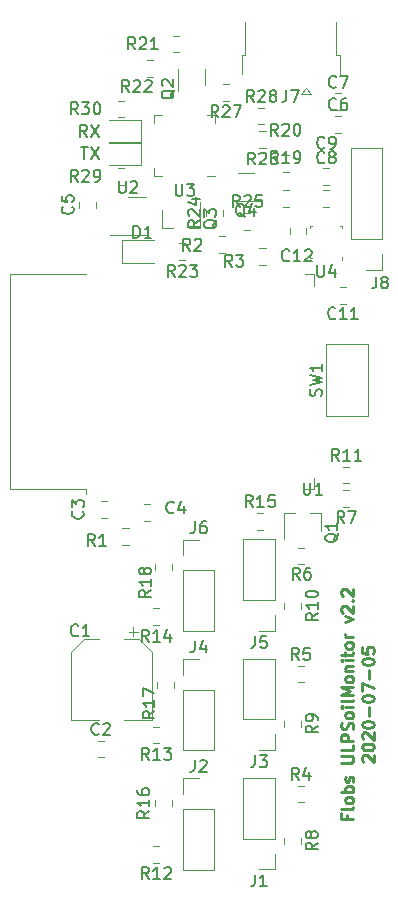
<source format=gbr>
G04 #@! TF.GenerationSoftware,KiCad,Pcbnew,(5.1.4)-1*
G04 #@! TF.CreationDate,2021-01-27T11:02:31-06:00*
G04 #@! TF.ProjectId,ULPSoilMonitor,554c5053-6f69-46c4-9d6f-6e69746f722e,v2.2*
G04 #@! TF.SameCoordinates,Original*
G04 #@! TF.FileFunction,Legend,Top*
G04 #@! TF.FilePolarity,Positive*
%FSLAX46Y46*%
G04 Gerber Fmt 4.6, Leading zero omitted, Abs format (unit mm)*
G04 Created by KiCad (PCBNEW (5.1.4)-1) date 2021-01-27 11:02:31*
%MOMM*%
%LPD*%
G04 APERTURE LIST*
%ADD10C,0.250000*%
%ADD11C,0.120000*%
%ADD12C,0.100000*%
%ADD13C,0.150000*%
G04 APERTURE END LIST*
D10*
X62053571Y-95180952D02*
X62053571Y-95514285D01*
X62577380Y-95514285D02*
X61577380Y-95514285D01*
X61577380Y-95038095D01*
X62577380Y-94514285D02*
X62529761Y-94609523D01*
X62434523Y-94657142D01*
X61577380Y-94657142D01*
X62577380Y-93990476D02*
X62529761Y-94085714D01*
X62482142Y-94133333D01*
X62386904Y-94180952D01*
X62101190Y-94180952D01*
X62005952Y-94133333D01*
X61958333Y-94085714D01*
X61910714Y-93990476D01*
X61910714Y-93847619D01*
X61958333Y-93752380D01*
X62005952Y-93704761D01*
X62101190Y-93657142D01*
X62386904Y-93657142D01*
X62482142Y-93704761D01*
X62529761Y-93752380D01*
X62577380Y-93847619D01*
X62577380Y-93990476D01*
X62577380Y-93228571D02*
X61577380Y-93228571D01*
X61958333Y-93228571D02*
X61910714Y-93133333D01*
X61910714Y-92942857D01*
X61958333Y-92847619D01*
X62005952Y-92800000D01*
X62101190Y-92752380D01*
X62386904Y-92752380D01*
X62482142Y-92800000D01*
X62529761Y-92847619D01*
X62577380Y-92942857D01*
X62577380Y-93133333D01*
X62529761Y-93228571D01*
X62529761Y-92371428D02*
X62577380Y-92276190D01*
X62577380Y-92085714D01*
X62529761Y-91990476D01*
X62434523Y-91942857D01*
X62386904Y-91942857D01*
X62291666Y-91990476D01*
X62244047Y-92085714D01*
X62244047Y-92228571D01*
X62196428Y-92323809D01*
X62101190Y-92371428D01*
X62053571Y-92371428D01*
X61958333Y-92323809D01*
X61910714Y-92228571D01*
X61910714Y-92085714D01*
X61958333Y-91990476D01*
X61577380Y-90752380D02*
X62386904Y-90752380D01*
X62482142Y-90704761D01*
X62529761Y-90657142D01*
X62577380Y-90561904D01*
X62577380Y-90371428D01*
X62529761Y-90276190D01*
X62482142Y-90228571D01*
X62386904Y-90180952D01*
X61577380Y-90180952D01*
X62577380Y-89228571D02*
X62577380Y-89704761D01*
X61577380Y-89704761D01*
X62577380Y-88895238D02*
X61577380Y-88895238D01*
X61577380Y-88514285D01*
X61625000Y-88419047D01*
X61672619Y-88371428D01*
X61767857Y-88323809D01*
X61910714Y-88323809D01*
X62005952Y-88371428D01*
X62053571Y-88419047D01*
X62101190Y-88514285D01*
X62101190Y-88895238D01*
X62529761Y-87942857D02*
X62577380Y-87800000D01*
X62577380Y-87561904D01*
X62529761Y-87466666D01*
X62482142Y-87419047D01*
X62386904Y-87371428D01*
X62291666Y-87371428D01*
X62196428Y-87419047D01*
X62148809Y-87466666D01*
X62101190Y-87561904D01*
X62053571Y-87752380D01*
X62005952Y-87847619D01*
X61958333Y-87895238D01*
X61863095Y-87942857D01*
X61767857Y-87942857D01*
X61672619Y-87895238D01*
X61625000Y-87847619D01*
X61577380Y-87752380D01*
X61577380Y-87514285D01*
X61625000Y-87371428D01*
X62577380Y-86800000D02*
X62529761Y-86895238D01*
X62482142Y-86942857D01*
X62386904Y-86990476D01*
X62101190Y-86990476D01*
X62005952Y-86942857D01*
X61958333Y-86895238D01*
X61910714Y-86800000D01*
X61910714Y-86657142D01*
X61958333Y-86561904D01*
X62005952Y-86514285D01*
X62101190Y-86466666D01*
X62386904Y-86466666D01*
X62482142Y-86514285D01*
X62529761Y-86561904D01*
X62577380Y-86657142D01*
X62577380Y-86800000D01*
X62577380Y-86038095D02*
X61910714Y-86038095D01*
X61577380Y-86038095D02*
X61625000Y-86085714D01*
X61672619Y-86038095D01*
X61625000Y-85990476D01*
X61577380Y-86038095D01*
X61672619Y-86038095D01*
X62577380Y-85419047D02*
X62529761Y-85514285D01*
X62434523Y-85561904D01*
X61577380Y-85561904D01*
X62577380Y-85038095D02*
X61577380Y-85038095D01*
X62291666Y-84704761D01*
X61577380Y-84371428D01*
X62577380Y-84371428D01*
X62577380Y-83752380D02*
X62529761Y-83847619D01*
X62482142Y-83895238D01*
X62386904Y-83942857D01*
X62101190Y-83942857D01*
X62005952Y-83895238D01*
X61958333Y-83847619D01*
X61910714Y-83752380D01*
X61910714Y-83609523D01*
X61958333Y-83514285D01*
X62005952Y-83466666D01*
X62101190Y-83419047D01*
X62386904Y-83419047D01*
X62482142Y-83466666D01*
X62529761Y-83514285D01*
X62577380Y-83609523D01*
X62577380Y-83752380D01*
X61910714Y-82990476D02*
X62577380Y-82990476D01*
X62005952Y-82990476D02*
X61958333Y-82942857D01*
X61910714Y-82847619D01*
X61910714Y-82704761D01*
X61958333Y-82609523D01*
X62053571Y-82561904D01*
X62577380Y-82561904D01*
X62577380Y-82085714D02*
X61910714Y-82085714D01*
X61577380Y-82085714D02*
X61625000Y-82133333D01*
X61672619Y-82085714D01*
X61625000Y-82038095D01*
X61577380Y-82085714D01*
X61672619Y-82085714D01*
X61910714Y-81752380D02*
X61910714Y-81371428D01*
X61577380Y-81609523D02*
X62434523Y-81609523D01*
X62529761Y-81561904D01*
X62577380Y-81466666D01*
X62577380Y-81371428D01*
X62577380Y-80895238D02*
X62529761Y-80990476D01*
X62482142Y-81038095D01*
X62386904Y-81085714D01*
X62101190Y-81085714D01*
X62005952Y-81038095D01*
X61958333Y-80990476D01*
X61910714Y-80895238D01*
X61910714Y-80752380D01*
X61958333Y-80657142D01*
X62005952Y-80609523D01*
X62101190Y-80561904D01*
X62386904Y-80561904D01*
X62482142Y-80609523D01*
X62529761Y-80657142D01*
X62577380Y-80752380D01*
X62577380Y-80895238D01*
X62577380Y-80133333D02*
X61910714Y-80133333D01*
X62101190Y-80133333D02*
X62005952Y-80085714D01*
X61958333Y-80038095D01*
X61910714Y-79942857D01*
X61910714Y-79847619D01*
X61910714Y-78847619D02*
X62577380Y-78609523D01*
X61910714Y-78371428D01*
X61672619Y-78038095D02*
X61625000Y-77990476D01*
X61577380Y-77895238D01*
X61577380Y-77657142D01*
X61625000Y-77561904D01*
X61672619Y-77514285D01*
X61767857Y-77466666D01*
X61863095Y-77466666D01*
X62005952Y-77514285D01*
X62577380Y-78085714D01*
X62577380Y-77466666D01*
X62482142Y-77038095D02*
X62529761Y-76990476D01*
X62577380Y-77038095D01*
X62529761Y-77085714D01*
X62482142Y-77038095D01*
X62577380Y-77038095D01*
X61672619Y-76609523D02*
X61625000Y-76561904D01*
X61577380Y-76466666D01*
X61577380Y-76228571D01*
X61625000Y-76133333D01*
X61672619Y-76085714D01*
X61767857Y-76038095D01*
X61863095Y-76038095D01*
X62005952Y-76085714D01*
X62577380Y-76657142D01*
X62577380Y-76038095D01*
X63422619Y-90657142D02*
X63375000Y-90609523D01*
X63327380Y-90514285D01*
X63327380Y-90276190D01*
X63375000Y-90180952D01*
X63422619Y-90133333D01*
X63517857Y-90085714D01*
X63613095Y-90085714D01*
X63755952Y-90133333D01*
X64327380Y-90704761D01*
X64327380Y-90085714D01*
X63327380Y-89466666D02*
X63327380Y-89371428D01*
X63375000Y-89276190D01*
X63422619Y-89228571D01*
X63517857Y-89180952D01*
X63708333Y-89133333D01*
X63946428Y-89133333D01*
X64136904Y-89180952D01*
X64232142Y-89228571D01*
X64279761Y-89276190D01*
X64327380Y-89371428D01*
X64327380Y-89466666D01*
X64279761Y-89561904D01*
X64232142Y-89609523D01*
X64136904Y-89657142D01*
X63946428Y-89704761D01*
X63708333Y-89704761D01*
X63517857Y-89657142D01*
X63422619Y-89609523D01*
X63375000Y-89561904D01*
X63327380Y-89466666D01*
X63422619Y-88752380D02*
X63375000Y-88704761D01*
X63327380Y-88609523D01*
X63327380Y-88371428D01*
X63375000Y-88276190D01*
X63422619Y-88228571D01*
X63517857Y-88180952D01*
X63613095Y-88180952D01*
X63755952Y-88228571D01*
X64327380Y-88800000D01*
X64327380Y-88180952D01*
X63327380Y-87561904D02*
X63327380Y-87466666D01*
X63375000Y-87371428D01*
X63422619Y-87323809D01*
X63517857Y-87276190D01*
X63708333Y-87228571D01*
X63946428Y-87228571D01*
X64136904Y-87276190D01*
X64232142Y-87323809D01*
X64279761Y-87371428D01*
X64327380Y-87466666D01*
X64327380Y-87561904D01*
X64279761Y-87657142D01*
X64232142Y-87704761D01*
X64136904Y-87752380D01*
X63946428Y-87800000D01*
X63708333Y-87800000D01*
X63517857Y-87752380D01*
X63422619Y-87704761D01*
X63375000Y-87657142D01*
X63327380Y-87561904D01*
X63946428Y-86800000D02*
X63946428Y-86038095D01*
X63327380Y-85371428D02*
X63327380Y-85276190D01*
X63375000Y-85180952D01*
X63422619Y-85133333D01*
X63517857Y-85085714D01*
X63708333Y-85038095D01*
X63946428Y-85038095D01*
X64136904Y-85085714D01*
X64232142Y-85133333D01*
X64279761Y-85180952D01*
X64327380Y-85276190D01*
X64327380Y-85371428D01*
X64279761Y-85466666D01*
X64232142Y-85514285D01*
X64136904Y-85561904D01*
X63946428Y-85609523D01*
X63708333Y-85609523D01*
X63517857Y-85561904D01*
X63422619Y-85514285D01*
X63375000Y-85466666D01*
X63327380Y-85371428D01*
X63327380Y-84704761D02*
X63327380Y-84038095D01*
X64327380Y-84466666D01*
X63946428Y-83657142D02*
X63946428Y-82895238D01*
X63327380Y-82228571D02*
X63327380Y-82133333D01*
X63375000Y-82038095D01*
X63422619Y-81990476D01*
X63517857Y-81942857D01*
X63708333Y-81895238D01*
X63946428Y-81895238D01*
X64136904Y-81942857D01*
X64232142Y-81990476D01*
X64279761Y-82038095D01*
X64327380Y-82133333D01*
X64327380Y-82228571D01*
X64279761Y-82323809D01*
X64232142Y-82371428D01*
X64136904Y-82419047D01*
X63946428Y-82466666D01*
X63708333Y-82466666D01*
X63517857Y-82419047D01*
X63422619Y-82371428D01*
X63375000Y-82323809D01*
X63327380Y-82228571D01*
X63327380Y-80990476D02*
X63327380Y-81466666D01*
X63803571Y-81514285D01*
X63755952Y-81466666D01*
X63708333Y-81371428D01*
X63708333Y-81133333D01*
X63755952Y-81038095D01*
X63803571Y-80990476D01*
X63898809Y-80942857D01*
X64136904Y-80942857D01*
X64232142Y-80990476D01*
X64279761Y-81038095D01*
X64327380Y-81133333D01*
X64327380Y-81371428D01*
X64279761Y-81466666D01*
X64232142Y-81514285D01*
D11*
X39955000Y-67620000D02*
X39955000Y-68000000D01*
X33535000Y-67620000D02*
X39955000Y-67620000D01*
X33535000Y-49380000D02*
X39955000Y-49380000D01*
X33535000Y-67620000D02*
X33535000Y-49380000D01*
X59280000Y-49380000D02*
X59280000Y-50380000D01*
X58500000Y-49380000D02*
X59280000Y-49380000D01*
X59280000Y-67620000D02*
X59280000Y-66620000D01*
X58500000Y-67620000D02*
X59280000Y-67620000D01*
X43500000Y-42890000D02*
X45000000Y-42890000D01*
X42000000Y-46110000D02*
X45000000Y-46110000D01*
X50185000Y-41110000D02*
X50910000Y-41110000D01*
X45690000Y-35890000D02*
X45690000Y-36615000D01*
X46415000Y-35890000D02*
X45690000Y-35890000D01*
X50910000Y-35890000D02*
X50910000Y-36615000D01*
X50185000Y-35890000D02*
X50910000Y-35890000D01*
X45690000Y-41110000D02*
X45690000Y-40385000D01*
X46415000Y-41110000D02*
X45690000Y-41110000D01*
X43158578Y-34690000D02*
X42641422Y-34690000D01*
X43158578Y-36110000D02*
X42641422Y-36110000D01*
X43158578Y-40390000D02*
X42641422Y-40390000D01*
X43158578Y-41810000D02*
X42641422Y-41810000D01*
X54541422Y-36710000D02*
X55058578Y-36710000D01*
X54541422Y-35290000D02*
X55058578Y-35290000D01*
X52058578Y-33290000D02*
X51541422Y-33290000D01*
X52058578Y-34710000D02*
X51541422Y-34710000D01*
X55158578Y-37290000D02*
X54641422Y-37290000D01*
X55158578Y-38710000D02*
X54641422Y-38710000D01*
X53341422Y-45610000D02*
X53858578Y-45610000D01*
X53341422Y-44190000D02*
X53858578Y-44190000D01*
X51510000Y-44458578D02*
X51510000Y-43941422D01*
X50090000Y-44458578D02*
X50090000Y-43941422D01*
X48358578Y-48210000D02*
X47841422Y-48210000D01*
X48358578Y-46790000D02*
X47841422Y-46790000D01*
X54200000Y-40840000D02*
X52800000Y-40840000D01*
X52800000Y-43160000D02*
X54700000Y-43160000D01*
X46420000Y-45460000D02*
X46420000Y-44000000D01*
X49580000Y-45460000D02*
X49580000Y-43300000D01*
X49580000Y-45460000D02*
X48650000Y-45460000D01*
X46420000Y-45460000D02*
X47350000Y-45460000D01*
X44585000Y-36340000D02*
X41900000Y-36340000D01*
X44585000Y-38260000D02*
X44585000Y-36340000D01*
X41900000Y-38260000D02*
X44585000Y-38260000D01*
X44585000Y-38240000D02*
X41900000Y-38240000D01*
X44585000Y-40160000D02*
X44585000Y-38240000D01*
X41900000Y-40160000D02*
X44585000Y-40160000D01*
X43015000Y-48460000D02*
X45700000Y-48460000D01*
X43015000Y-46540000D02*
X43015000Y-48460000D01*
X45700000Y-46540000D02*
X43015000Y-46540000D01*
X61041422Y-37410000D02*
X61558578Y-37410000D01*
X61041422Y-35990000D02*
X61558578Y-35990000D01*
X40810000Y-43758578D02*
X40810000Y-43241422D01*
X39390000Y-43758578D02*
X39390000Y-43241422D01*
X46158578Y-97790000D02*
X45641422Y-97790000D01*
X46158578Y-99210000D02*
X45641422Y-99210000D01*
X60240000Y-61410000D02*
X60240000Y-55290000D01*
X60240000Y-55290000D02*
X63860000Y-55290000D01*
X63860000Y-55290000D02*
X63860000Y-61410000D01*
X63860000Y-61410000D02*
X60240000Y-61410000D01*
D12*
X61650000Y-47900000D02*
X61650000Y-48150000D01*
X58950000Y-48050000D02*
X58950000Y-47900000D01*
X59100000Y-48050000D02*
X58950000Y-48050000D01*
X58950000Y-45350000D02*
X59100000Y-45350000D01*
X58950000Y-45350000D02*
X58950000Y-45500000D01*
X61650000Y-45350000D02*
X61650000Y-45500000D01*
X61650000Y-45340000D02*
X61500000Y-45340000D01*
D11*
X47410000Y-83941422D02*
X47410000Y-84458578D01*
X45990000Y-83941422D02*
X45990000Y-84458578D01*
X61741422Y-69110000D02*
X62258578Y-69110000D01*
X61741422Y-67690000D02*
X62258578Y-67690000D01*
X61741422Y-65690000D02*
X62258578Y-65690000D01*
X61741422Y-67110000D02*
X62258578Y-67110000D01*
X58160800Y-97092222D02*
X58160800Y-97609378D01*
X56740800Y-97092222D02*
X56740800Y-97609378D01*
X57892222Y-94110000D02*
X58409378Y-94110000D01*
X57892222Y-92690000D02*
X58409378Y-92690000D01*
X55158578Y-47190000D02*
X54641422Y-47190000D01*
X55158578Y-48610000D02*
X54641422Y-48610000D01*
X44341250Y-79656250D02*
X43553750Y-79656250D01*
X43947500Y-79262500D02*
X43947500Y-80050000D01*
X39754437Y-80290000D02*
X38690000Y-81354437D01*
X44445563Y-80290000D02*
X45510000Y-81354437D01*
X44445563Y-80290000D02*
X43160000Y-80290000D01*
X39754437Y-80290000D02*
X41040000Y-80290000D01*
X38690000Y-81354437D02*
X38690000Y-87110000D01*
X45510000Y-81354437D02*
X45510000Y-87110000D01*
X45510000Y-87110000D02*
X43160000Y-87110000D01*
X38690000Y-87110000D02*
X41040000Y-87110000D01*
X40941422Y-88890000D02*
X41458578Y-88890000D01*
X40941422Y-90310000D02*
X41458578Y-90310000D01*
X41758578Y-68590000D02*
X41241422Y-68590000D01*
X41758578Y-70010000D02*
X41241422Y-70010000D01*
X44841422Y-70310000D02*
X45358578Y-70310000D01*
X44841422Y-68890000D02*
X45358578Y-68890000D01*
X61041422Y-34090000D02*
X61558578Y-34090000D01*
X61041422Y-35510000D02*
X61558578Y-35510000D01*
X60041422Y-43710000D02*
X60558578Y-43710000D01*
X60041422Y-42290000D02*
X60558578Y-42290000D01*
X60041422Y-40390000D02*
X60558578Y-40390000D01*
X60041422Y-41810000D02*
X60558578Y-41810000D01*
X61441422Y-51910000D02*
X61958578Y-51910000D01*
X61441422Y-50490000D02*
X61958578Y-50490000D01*
X58610000Y-45441422D02*
X58610000Y-45958578D01*
X57190000Y-45441422D02*
X57190000Y-45958578D01*
X55930000Y-99780000D02*
X54600000Y-99780000D01*
X55930000Y-98450000D02*
X55930000Y-99780000D01*
X55930000Y-97180000D02*
X53270000Y-97180000D01*
X53270000Y-97180000D02*
X53270000Y-92040000D01*
X55930000Y-97180000D02*
X55930000Y-92040000D01*
X55930000Y-92040000D02*
X53270000Y-92040000D01*
X48170000Y-92070000D02*
X49500000Y-92070000D01*
X48170000Y-93400000D02*
X48170000Y-92070000D01*
X48170000Y-94670000D02*
X50830000Y-94670000D01*
X50830000Y-94670000D02*
X50830000Y-99810000D01*
X48170000Y-94670000D02*
X48170000Y-99810000D01*
X48170000Y-99810000D02*
X50830000Y-99810000D01*
X55930000Y-89680800D02*
X54600000Y-89680800D01*
X55930000Y-88350800D02*
X55930000Y-89680800D01*
X55930000Y-87080800D02*
X53270000Y-87080800D01*
X53270000Y-87080800D02*
X53270000Y-81940800D01*
X55930000Y-87080800D02*
X55930000Y-81940800D01*
X55930000Y-81940800D02*
X53270000Y-81940800D01*
X48170000Y-89710000D02*
X50830000Y-89710000D01*
X48170000Y-84570000D02*
X48170000Y-89710000D01*
X50830000Y-84570000D02*
X50830000Y-89710000D01*
X48170000Y-84570000D02*
X50830000Y-84570000D01*
X48170000Y-83300000D02*
X48170000Y-81970000D01*
X48170000Y-81970000D02*
X49500000Y-81970000D01*
X55930000Y-71840000D02*
X53270000Y-71840000D01*
X55930000Y-76980000D02*
X55930000Y-71840000D01*
X53270000Y-76980000D02*
X53270000Y-71840000D01*
X55930000Y-76980000D02*
X53270000Y-76980000D01*
X55930000Y-78250000D02*
X55930000Y-79580000D01*
X55930000Y-79580000D02*
X54600000Y-79580000D01*
X48170000Y-79610000D02*
X50830000Y-79610000D01*
X48170000Y-74470000D02*
X48170000Y-79610000D01*
X50830000Y-74470000D02*
X50830000Y-79610000D01*
X48170000Y-74470000D02*
X50830000Y-74470000D01*
X48170000Y-73200000D02*
X48170000Y-71870000D01*
X48170000Y-71870000D02*
X49500000Y-71870000D01*
X58575000Y-33665000D02*
X58975000Y-34115000D01*
X58975000Y-34115000D02*
X58175000Y-34115000D01*
X58175000Y-34115000D02*
X58575000Y-33665000D01*
X53425000Y-28065000D02*
X53425000Y-30865000D01*
X53425000Y-30865000D02*
X53125000Y-30865000D01*
X53125000Y-30865000D02*
X53125000Y-32415000D01*
X61125000Y-28065000D02*
X61125000Y-30865000D01*
X61425000Y-30865000D02*
X61125000Y-30865000D01*
X61425000Y-30865000D02*
X61425000Y-32415000D01*
X65030000Y-49030000D02*
X63700000Y-49030000D01*
X65030000Y-47700000D02*
X65030000Y-49030000D01*
X65030000Y-46430000D02*
X62370000Y-46430000D01*
X62370000Y-46430000D02*
X62370000Y-38750000D01*
X65030000Y-46430000D02*
X65030000Y-38750000D01*
X65030000Y-38750000D02*
X62370000Y-38750000D01*
X59880000Y-69640000D02*
X59880000Y-71100000D01*
X56720000Y-69640000D02*
X56720000Y-71800000D01*
X56720000Y-69640000D02*
X57650000Y-69640000D01*
X59880000Y-69640000D02*
X58950000Y-69640000D01*
X50060000Y-33400000D02*
X50060000Y-32000000D01*
X47740000Y-32000000D02*
X47740000Y-33900000D01*
X43041422Y-72310000D02*
X43558578Y-72310000D01*
X43041422Y-70890000D02*
X43558578Y-70890000D01*
X51758578Y-47610000D02*
X51241422Y-47610000D01*
X51758578Y-46190000D02*
X51241422Y-46190000D01*
X57892222Y-83960800D02*
X58409378Y-83960800D01*
X57892222Y-82540800D02*
X58409378Y-82540800D01*
X57892222Y-72540800D02*
X58409378Y-72540800D01*
X57892222Y-73960800D02*
X58409378Y-73960800D01*
X58160800Y-87192222D02*
X58160800Y-87709378D01*
X56740800Y-87192222D02*
X56740800Y-87709378D01*
X58160800Y-77192222D02*
X58160800Y-77709378D01*
X56740800Y-77192222D02*
X56740800Y-77709378D01*
X46158578Y-87690000D02*
X45641422Y-87690000D01*
X46158578Y-89110000D02*
X45641422Y-89110000D01*
X46158578Y-77690000D02*
X45641422Y-77690000D01*
X46158578Y-79110000D02*
X45641422Y-79110000D01*
X54441422Y-71010000D02*
X54958578Y-71010000D01*
X54441422Y-69590000D02*
X54958578Y-69590000D01*
X45790000Y-94458578D02*
X45790000Y-93941422D01*
X47210000Y-94458578D02*
X47210000Y-93941422D01*
X45790000Y-74458578D02*
X45790000Y-73941422D01*
X47210000Y-74458578D02*
X47210000Y-73941422D01*
X57158578Y-42290000D02*
X56641422Y-42290000D01*
X57158578Y-43710000D02*
X56641422Y-43710000D01*
X56641422Y-39290000D02*
X57158578Y-39290000D01*
X56641422Y-40710000D02*
X57158578Y-40710000D01*
X47341422Y-29190000D02*
X47858578Y-29190000D01*
X47341422Y-30610000D02*
X47858578Y-30610000D01*
X45658578Y-31290000D02*
X45141422Y-31290000D01*
X45658578Y-32710000D02*
X45141422Y-32710000D01*
D13*
X58388095Y-67052380D02*
X58388095Y-67861904D01*
X58435714Y-67957142D01*
X58483333Y-68004761D01*
X58578571Y-68052380D01*
X58769047Y-68052380D01*
X58864285Y-68004761D01*
X58911904Y-67957142D01*
X58959523Y-67861904D01*
X58959523Y-67052380D01*
X59959523Y-68052380D02*
X59388095Y-68052380D01*
X59673809Y-68052380D02*
X59673809Y-67052380D01*
X59578571Y-67195238D01*
X59483333Y-67290476D01*
X59388095Y-67338095D01*
X42738095Y-41502380D02*
X42738095Y-42311904D01*
X42785714Y-42407142D01*
X42833333Y-42454761D01*
X42928571Y-42502380D01*
X43119047Y-42502380D01*
X43214285Y-42454761D01*
X43261904Y-42407142D01*
X43309523Y-42311904D01*
X43309523Y-41502380D01*
X43738095Y-41597619D02*
X43785714Y-41550000D01*
X43880952Y-41502380D01*
X44119047Y-41502380D01*
X44214285Y-41550000D01*
X44261904Y-41597619D01*
X44309523Y-41692857D01*
X44309523Y-41788095D01*
X44261904Y-41930952D01*
X43690476Y-42502380D01*
X44309523Y-42502380D01*
X47538095Y-41752380D02*
X47538095Y-42561904D01*
X47585714Y-42657142D01*
X47633333Y-42704761D01*
X47728571Y-42752380D01*
X47919047Y-42752380D01*
X48014285Y-42704761D01*
X48061904Y-42657142D01*
X48109523Y-42561904D01*
X48109523Y-41752380D01*
X48490476Y-41752380D02*
X49109523Y-41752380D01*
X48776190Y-42133333D01*
X48919047Y-42133333D01*
X49014285Y-42180952D01*
X49061904Y-42228571D01*
X49109523Y-42323809D01*
X49109523Y-42561904D01*
X49061904Y-42657142D01*
X49014285Y-42704761D01*
X48919047Y-42752380D01*
X48633333Y-42752380D01*
X48538095Y-42704761D01*
X48490476Y-42657142D01*
X39257142Y-35852380D02*
X38923809Y-35376190D01*
X38685714Y-35852380D02*
X38685714Y-34852380D01*
X39066666Y-34852380D01*
X39161904Y-34900000D01*
X39209523Y-34947619D01*
X39257142Y-35042857D01*
X39257142Y-35185714D01*
X39209523Y-35280952D01*
X39161904Y-35328571D01*
X39066666Y-35376190D01*
X38685714Y-35376190D01*
X39590476Y-34852380D02*
X40209523Y-34852380D01*
X39876190Y-35233333D01*
X40019047Y-35233333D01*
X40114285Y-35280952D01*
X40161904Y-35328571D01*
X40209523Y-35423809D01*
X40209523Y-35661904D01*
X40161904Y-35757142D01*
X40114285Y-35804761D01*
X40019047Y-35852380D01*
X39733333Y-35852380D01*
X39638095Y-35804761D01*
X39590476Y-35757142D01*
X40828571Y-34852380D02*
X40923809Y-34852380D01*
X41019047Y-34900000D01*
X41066666Y-34947619D01*
X41114285Y-35042857D01*
X41161904Y-35233333D01*
X41161904Y-35471428D01*
X41114285Y-35661904D01*
X41066666Y-35757142D01*
X41019047Y-35804761D01*
X40923809Y-35852380D01*
X40828571Y-35852380D01*
X40733333Y-35804761D01*
X40685714Y-35757142D01*
X40638095Y-35661904D01*
X40590476Y-35471428D01*
X40590476Y-35233333D01*
X40638095Y-35042857D01*
X40685714Y-34947619D01*
X40733333Y-34900000D01*
X40828571Y-34852380D01*
X39257142Y-41552380D02*
X38923809Y-41076190D01*
X38685714Y-41552380D02*
X38685714Y-40552380D01*
X39066666Y-40552380D01*
X39161904Y-40600000D01*
X39209523Y-40647619D01*
X39257142Y-40742857D01*
X39257142Y-40885714D01*
X39209523Y-40980952D01*
X39161904Y-41028571D01*
X39066666Y-41076190D01*
X38685714Y-41076190D01*
X39638095Y-40647619D02*
X39685714Y-40600000D01*
X39780952Y-40552380D01*
X40019047Y-40552380D01*
X40114285Y-40600000D01*
X40161904Y-40647619D01*
X40209523Y-40742857D01*
X40209523Y-40838095D01*
X40161904Y-40980952D01*
X39590476Y-41552380D01*
X40209523Y-41552380D01*
X40685714Y-41552380D02*
X40876190Y-41552380D01*
X40971428Y-41504761D01*
X41019047Y-41457142D01*
X41114285Y-41314285D01*
X41161904Y-41123809D01*
X41161904Y-40742857D01*
X41114285Y-40647619D01*
X41066666Y-40600000D01*
X40971428Y-40552380D01*
X40780952Y-40552380D01*
X40685714Y-40600000D01*
X40638095Y-40647619D01*
X40590476Y-40742857D01*
X40590476Y-40980952D01*
X40638095Y-41076190D01*
X40685714Y-41123809D01*
X40780952Y-41171428D01*
X40971428Y-41171428D01*
X41066666Y-41123809D01*
X41114285Y-41076190D01*
X41161904Y-40980952D01*
X54157142Y-34802380D02*
X53823809Y-34326190D01*
X53585714Y-34802380D02*
X53585714Y-33802380D01*
X53966666Y-33802380D01*
X54061904Y-33850000D01*
X54109523Y-33897619D01*
X54157142Y-33992857D01*
X54157142Y-34135714D01*
X54109523Y-34230952D01*
X54061904Y-34278571D01*
X53966666Y-34326190D01*
X53585714Y-34326190D01*
X54538095Y-33897619D02*
X54585714Y-33850000D01*
X54680952Y-33802380D01*
X54919047Y-33802380D01*
X55014285Y-33850000D01*
X55061904Y-33897619D01*
X55109523Y-33992857D01*
X55109523Y-34088095D01*
X55061904Y-34230952D01*
X54490476Y-34802380D01*
X55109523Y-34802380D01*
X55680952Y-34230952D02*
X55585714Y-34183333D01*
X55538095Y-34135714D01*
X55490476Y-34040476D01*
X55490476Y-33992857D01*
X55538095Y-33897619D01*
X55585714Y-33850000D01*
X55680952Y-33802380D01*
X55871428Y-33802380D01*
X55966666Y-33850000D01*
X56014285Y-33897619D01*
X56061904Y-33992857D01*
X56061904Y-34040476D01*
X56014285Y-34135714D01*
X55966666Y-34183333D01*
X55871428Y-34230952D01*
X55680952Y-34230952D01*
X55585714Y-34278571D01*
X55538095Y-34326190D01*
X55490476Y-34421428D01*
X55490476Y-34611904D01*
X55538095Y-34707142D01*
X55585714Y-34754761D01*
X55680952Y-34802380D01*
X55871428Y-34802380D01*
X55966666Y-34754761D01*
X56014285Y-34707142D01*
X56061904Y-34611904D01*
X56061904Y-34421428D01*
X56014285Y-34326190D01*
X55966666Y-34278571D01*
X55871428Y-34230952D01*
X51157142Y-36102380D02*
X50823809Y-35626190D01*
X50585714Y-36102380D02*
X50585714Y-35102380D01*
X50966666Y-35102380D01*
X51061904Y-35150000D01*
X51109523Y-35197619D01*
X51157142Y-35292857D01*
X51157142Y-35435714D01*
X51109523Y-35530952D01*
X51061904Y-35578571D01*
X50966666Y-35626190D01*
X50585714Y-35626190D01*
X51538095Y-35197619D02*
X51585714Y-35150000D01*
X51680952Y-35102380D01*
X51919047Y-35102380D01*
X52014285Y-35150000D01*
X52061904Y-35197619D01*
X52109523Y-35292857D01*
X52109523Y-35388095D01*
X52061904Y-35530952D01*
X51490476Y-36102380D01*
X52109523Y-36102380D01*
X52442857Y-35102380D02*
X53109523Y-35102380D01*
X52680952Y-36102380D01*
X54257142Y-40102380D02*
X53923809Y-39626190D01*
X53685714Y-40102380D02*
X53685714Y-39102380D01*
X54066666Y-39102380D01*
X54161904Y-39150000D01*
X54209523Y-39197619D01*
X54257142Y-39292857D01*
X54257142Y-39435714D01*
X54209523Y-39530952D01*
X54161904Y-39578571D01*
X54066666Y-39626190D01*
X53685714Y-39626190D01*
X54638095Y-39197619D02*
X54685714Y-39150000D01*
X54780952Y-39102380D01*
X55019047Y-39102380D01*
X55114285Y-39150000D01*
X55161904Y-39197619D01*
X55209523Y-39292857D01*
X55209523Y-39388095D01*
X55161904Y-39530952D01*
X54590476Y-40102380D01*
X55209523Y-40102380D01*
X56066666Y-39102380D02*
X55876190Y-39102380D01*
X55780952Y-39150000D01*
X55733333Y-39197619D01*
X55638095Y-39340476D01*
X55590476Y-39530952D01*
X55590476Y-39911904D01*
X55638095Y-40007142D01*
X55685714Y-40054761D01*
X55780952Y-40102380D01*
X55971428Y-40102380D01*
X56066666Y-40054761D01*
X56114285Y-40007142D01*
X56161904Y-39911904D01*
X56161904Y-39673809D01*
X56114285Y-39578571D01*
X56066666Y-39530952D01*
X55971428Y-39483333D01*
X55780952Y-39483333D01*
X55685714Y-39530952D01*
X55638095Y-39578571D01*
X55590476Y-39673809D01*
X52957142Y-43702380D02*
X52623809Y-43226190D01*
X52385714Y-43702380D02*
X52385714Y-42702380D01*
X52766666Y-42702380D01*
X52861904Y-42750000D01*
X52909523Y-42797619D01*
X52957142Y-42892857D01*
X52957142Y-43035714D01*
X52909523Y-43130952D01*
X52861904Y-43178571D01*
X52766666Y-43226190D01*
X52385714Y-43226190D01*
X53338095Y-42797619D02*
X53385714Y-42750000D01*
X53480952Y-42702380D01*
X53719047Y-42702380D01*
X53814285Y-42750000D01*
X53861904Y-42797619D01*
X53909523Y-42892857D01*
X53909523Y-42988095D01*
X53861904Y-43130952D01*
X53290476Y-43702380D01*
X53909523Y-43702380D01*
X54814285Y-42702380D02*
X54338095Y-42702380D01*
X54290476Y-43178571D01*
X54338095Y-43130952D01*
X54433333Y-43083333D01*
X54671428Y-43083333D01*
X54766666Y-43130952D01*
X54814285Y-43178571D01*
X54861904Y-43273809D01*
X54861904Y-43511904D01*
X54814285Y-43607142D01*
X54766666Y-43654761D01*
X54671428Y-43702380D01*
X54433333Y-43702380D01*
X54338095Y-43654761D01*
X54290476Y-43607142D01*
X49602380Y-44842857D02*
X49126190Y-45176190D01*
X49602380Y-45414285D02*
X48602380Y-45414285D01*
X48602380Y-45033333D01*
X48650000Y-44938095D01*
X48697619Y-44890476D01*
X48792857Y-44842857D01*
X48935714Y-44842857D01*
X49030952Y-44890476D01*
X49078571Y-44938095D01*
X49126190Y-45033333D01*
X49126190Y-45414285D01*
X48697619Y-44461904D02*
X48650000Y-44414285D01*
X48602380Y-44319047D01*
X48602380Y-44080952D01*
X48650000Y-43985714D01*
X48697619Y-43938095D01*
X48792857Y-43890476D01*
X48888095Y-43890476D01*
X49030952Y-43938095D01*
X49602380Y-44509523D01*
X49602380Y-43890476D01*
X48935714Y-43033333D02*
X49602380Y-43033333D01*
X48554761Y-43271428D02*
X49269047Y-43509523D01*
X49269047Y-42890476D01*
X47457142Y-49602380D02*
X47123809Y-49126190D01*
X46885714Y-49602380D02*
X46885714Y-48602380D01*
X47266666Y-48602380D01*
X47361904Y-48650000D01*
X47409523Y-48697619D01*
X47457142Y-48792857D01*
X47457142Y-48935714D01*
X47409523Y-49030952D01*
X47361904Y-49078571D01*
X47266666Y-49126190D01*
X46885714Y-49126190D01*
X47838095Y-48697619D02*
X47885714Y-48650000D01*
X47980952Y-48602380D01*
X48219047Y-48602380D01*
X48314285Y-48650000D01*
X48361904Y-48697619D01*
X48409523Y-48792857D01*
X48409523Y-48888095D01*
X48361904Y-49030952D01*
X47790476Y-49602380D01*
X48409523Y-49602380D01*
X48742857Y-48602380D02*
X49361904Y-48602380D01*
X49028571Y-48983333D01*
X49171428Y-48983333D01*
X49266666Y-49030952D01*
X49314285Y-49078571D01*
X49361904Y-49173809D01*
X49361904Y-49411904D01*
X49314285Y-49507142D01*
X49266666Y-49554761D01*
X49171428Y-49602380D01*
X48885714Y-49602380D01*
X48790476Y-49554761D01*
X48742857Y-49507142D01*
X53404761Y-44547619D02*
X53309523Y-44500000D01*
X53214285Y-44404761D01*
X53071428Y-44261904D01*
X52976190Y-44214285D01*
X52880952Y-44214285D01*
X52928571Y-44452380D02*
X52833333Y-44404761D01*
X52738095Y-44309523D01*
X52690476Y-44119047D01*
X52690476Y-43785714D01*
X52738095Y-43595238D01*
X52833333Y-43500000D01*
X52928571Y-43452380D01*
X53119047Y-43452380D01*
X53214285Y-43500000D01*
X53309523Y-43595238D01*
X53357142Y-43785714D01*
X53357142Y-44119047D01*
X53309523Y-44309523D01*
X53214285Y-44404761D01*
X53119047Y-44452380D01*
X52928571Y-44452380D01*
X54214285Y-43785714D02*
X54214285Y-44452380D01*
X53976190Y-43404761D02*
X53738095Y-44119047D01*
X54357142Y-44119047D01*
X51047619Y-44795238D02*
X51000000Y-44890476D01*
X50904761Y-44985714D01*
X50761904Y-45128571D01*
X50714285Y-45223809D01*
X50714285Y-45319047D01*
X50952380Y-45271428D02*
X50904761Y-45366666D01*
X50809523Y-45461904D01*
X50619047Y-45509523D01*
X50285714Y-45509523D01*
X50095238Y-45461904D01*
X50000000Y-45366666D01*
X49952380Y-45271428D01*
X49952380Y-45080952D01*
X50000000Y-44985714D01*
X50095238Y-44890476D01*
X50285714Y-44842857D01*
X50619047Y-44842857D01*
X50809523Y-44890476D01*
X50904761Y-44985714D01*
X50952380Y-45080952D01*
X50952380Y-45271428D01*
X49952380Y-44509523D02*
X49952380Y-43890476D01*
X50333333Y-44223809D01*
X50333333Y-44080952D01*
X50380952Y-43985714D01*
X50428571Y-43938095D01*
X50523809Y-43890476D01*
X50761904Y-43890476D01*
X50857142Y-43938095D01*
X50904761Y-43985714D01*
X50952380Y-44080952D01*
X50952380Y-44366666D01*
X50904761Y-44461904D01*
X50857142Y-44509523D01*
X40033333Y-37752380D02*
X39700000Y-37276190D01*
X39461904Y-37752380D02*
X39461904Y-36752380D01*
X39842857Y-36752380D01*
X39938095Y-36800000D01*
X39985714Y-36847619D01*
X40033333Y-36942857D01*
X40033333Y-37085714D01*
X39985714Y-37180952D01*
X39938095Y-37228571D01*
X39842857Y-37276190D01*
X39461904Y-37276190D01*
X40366666Y-36752380D02*
X41033333Y-37752380D01*
X41033333Y-36752380D02*
X40366666Y-37752380D01*
X39538095Y-38652380D02*
X40109523Y-38652380D01*
X39823809Y-39652380D02*
X39823809Y-38652380D01*
X40347619Y-38652380D02*
X41014285Y-39652380D01*
X41014285Y-38652380D02*
X40347619Y-39652380D01*
X43961904Y-46302380D02*
X43961904Y-45302380D01*
X44200000Y-45302380D01*
X44342857Y-45350000D01*
X44438095Y-45445238D01*
X44485714Y-45540476D01*
X44533333Y-45730952D01*
X44533333Y-45873809D01*
X44485714Y-46064285D01*
X44438095Y-46159523D01*
X44342857Y-46254761D01*
X44200000Y-46302380D01*
X43961904Y-46302380D01*
X45485714Y-46302380D02*
X44914285Y-46302380D01*
X45200000Y-46302380D02*
X45200000Y-45302380D01*
X45104761Y-45445238D01*
X45009523Y-45540476D01*
X44914285Y-45588095D01*
X61133333Y-35407142D02*
X61085714Y-35454761D01*
X60942857Y-35502380D01*
X60847619Y-35502380D01*
X60704761Y-35454761D01*
X60609523Y-35359523D01*
X60561904Y-35264285D01*
X60514285Y-35073809D01*
X60514285Y-34930952D01*
X60561904Y-34740476D01*
X60609523Y-34645238D01*
X60704761Y-34550000D01*
X60847619Y-34502380D01*
X60942857Y-34502380D01*
X61085714Y-34550000D01*
X61133333Y-34597619D01*
X61990476Y-34502380D02*
X61800000Y-34502380D01*
X61704761Y-34550000D01*
X61657142Y-34597619D01*
X61561904Y-34740476D01*
X61514285Y-34930952D01*
X61514285Y-35311904D01*
X61561904Y-35407142D01*
X61609523Y-35454761D01*
X61704761Y-35502380D01*
X61895238Y-35502380D01*
X61990476Y-35454761D01*
X62038095Y-35407142D01*
X62085714Y-35311904D01*
X62085714Y-35073809D01*
X62038095Y-34978571D01*
X61990476Y-34930952D01*
X61895238Y-34883333D01*
X61704761Y-34883333D01*
X61609523Y-34930952D01*
X61561904Y-34978571D01*
X61514285Y-35073809D01*
X38807142Y-43666666D02*
X38854761Y-43714285D01*
X38902380Y-43857142D01*
X38902380Y-43952380D01*
X38854761Y-44095238D01*
X38759523Y-44190476D01*
X38664285Y-44238095D01*
X38473809Y-44285714D01*
X38330952Y-44285714D01*
X38140476Y-44238095D01*
X38045238Y-44190476D01*
X37950000Y-44095238D01*
X37902380Y-43952380D01*
X37902380Y-43857142D01*
X37950000Y-43714285D01*
X37997619Y-43666666D01*
X37902380Y-42761904D02*
X37902380Y-43238095D01*
X38378571Y-43285714D01*
X38330952Y-43238095D01*
X38283333Y-43142857D01*
X38283333Y-42904761D01*
X38330952Y-42809523D01*
X38378571Y-42761904D01*
X38473809Y-42714285D01*
X38711904Y-42714285D01*
X38807142Y-42761904D01*
X38854761Y-42809523D01*
X38902380Y-42904761D01*
X38902380Y-43142857D01*
X38854761Y-43238095D01*
X38807142Y-43285714D01*
X45257142Y-100602380D02*
X44923809Y-100126190D01*
X44685714Y-100602380D02*
X44685714Y-99602380D01*
X45066666Y-99602380D01*
X45161904Y-99650000D01*
X45209523Y-99697619D01*
X45257142Y-99792857D01*
X45257142Y-99935714D01*
X45209523Y-100030952D01*
X45161904Y-100078571D01*
X45066666Y-100126190D01*
X44685714Y-100126190D01*
X46209523Y-100602380D02*
X45638095Y-100602380D01*
X45923809Y-100602380D02*
X45923809Y-99602380D01*
X45828571Y-99745238D01*
X45733333Y-99840476D01*
X45638095Y-99888095D01*
X46590476Y-99697619D02*
X46638095Y-99650000D01*
X46733333Y-99602380D01*
X46971428Y-99602380D01*
X47066666Y-99650000D01*
X47114285Y-99697619D01*
X47161904Y-99792857D01*
X47161904Y-99888095D01*
X47114285Y-100030952D01*
X46542857Y-100602380D01*
X47161904Y-100602380D01*
X59854761Y-59683333D02*
X59902380Y-59540476D01*
X59902380Y-59302380D01*
X59854761Y-59207142D01*
X59807142Y-59159523D01*
X59711904Y-59111904D01*
X59616666Y-59111904D01*
X59521428Y-59159523D01*
X59473809Y-59207142D01*
X59426190Y-59302380D01*
X59378571Y-59492857D01*
X59330952Y-59588095D01*
X59283333Y-59635714D01*
X59188095Y-59683333D01*
X59092857Y-59683333D01*
X58997619Y-59635714D01*
X58950000Y-59588095D01*
X58902380Y-59492857D01*
X58902380Y-59254761D01*
X58950000Y-59111904D01*
X58902380Y-58778571D02*
X59902380Y-58540476D01*
X59188095Y-58350000D01*
X59902380Y-58159523D01*
X58902380Y-57921428D01*
X59902380Y-57016666D02*
X59902380Y-57588095D01*
X59902380Y-57302380D02*
X58902380Y-57302380D01*
X59045238Y-57397619D01*
X59140476Y-57492857D01*
X59188095Y-57588095D01*
X59523095Y-48617380D02*
X59523095Y-49426904D01*
X59570714Y-49522142D01*
X59618333Y-49569761D01*
X59713571Y-49617380D01*
X59904047Y-49617380D01*
X59999285Y-49569761D01*
X60046904Y-49522142D01*
X60094523Y-49426904D01*
X60094523Y-48617380D01*
X60999285Y-48950714D02*
X60999285Y-49617380D01*
X60761190Y-48569761D02*
X60523095Y-49284047D01*
X61142142Y-49284047D01*
X45752380Y-86392857D02*
X45276190Y-86726190D01*
X45752380Y-86964285D02*
X44752380Y-86964285D01*
X44752380Y-86583333D01*
X44800000Y-86488095D01*
X44847619Y-86440476D01*
X44942857Y-86392857D01*
X45085714Y-86392857D01*
X45180952Y-86440476D01*
X45228571Y-86488095D01*
X45276190Y-86583333D01*
X45276190Y-86964285D01*
X45752380Y-85440476D02*
X45752380Y-86011904D01*
X45752380Y-85726190D02*
X44752380Y-85726190D01*
X44895238Y-85821428D01*
X44990476Y-85916666D01*
X45038095Y-86011904D01*
X44752380Y-85107142D02*
X44752380Y-84440476D01*
X45752380Y-84869047D01*
X61833333Y-70452380D02*
X61500000Y-69976190D01*
X61261904Y-70452380D02*
X61261904Y-69452380D01*
X61642857Y-69452380D01*
X61738095Y-69500000D01*
X61785714Y-69547619D01*
X61833333Y-69642857D01*
X61833333Y-69785714D01*
X61785714Y-69880952D01*
X61738095Y-69928571D01*
X61642857Y-69976190D01*
X61261904Y-69976190D01*
X62166666Y-69452380D02*
X62833333Y-69452380D01*
X62404761Y-70452380D01*
X61357142Y-65202380D02*
X61023809Y-64726190D01*
X60785714Y-65202380D02*
X60785714Y-64202380D01*
X61166666Y-64202380D01*
X61261904Y-64250000D01*
X61309523Y-64297619D01*
X61357142Y-64392857D01*
X61357142Y-64535714D01*
X61309523Y-64630952D01*
X61261904Y-64678571D01*
X61166666Y-64726190D01*
X60785714Y-64726190D01*
X62309523Y-65202380D02*
X61738095Y-65202380D01*
X62023809Y-65202380D02*
X62023809Y-64202380D01*
X61928571Y-64345238D01*
X61833333Y-64440476D01*
X61738095Y-64488095D01*
X63261904Y-65202380D02*
X62690476Y-65202380D01*
X62976190Y-65202380D02*
X62976190Y-64202380D01*
X62880952Y-64345238D01*
X62785714Y-64440476D01*
X62690476Y-64488095D01*
X59553180Y-97517466D02*
X59076990Y-97850800D01*
X59553180Y-98088895D02*
X58553180Y-98088895D01*
X58553180Y-97707942D01*
X58600800Y-97612704D01*
X58648419Y-97565085D01*
X58743657Y-97517466D01*
X58886514Y-97517466D01*
X58981752Y-97565085D01*
X59029371Y-97612704D01*
X59076990Y-97707942D01*
X59076990Y-98088895D01*
X58981752Y-96946038D02*
X58934133Y-97041276D01*
X58886514Y-97088895D01*
X58791276Y-97136514D01*
X58743657Y-97136514D01*
X58648419Y-97088895D01*
X58600800Y-97041276D01*
X58553180Y-96946038D01*
X58553180Y-96755561D01*
X58600800Y-96660323D01*
X58648419Y-96612704D01*
X58743657Y-96565085D01*
X58791276Y-96565085D01*
X58886514Y-96612704D01*
X58934133Y-96660323D01*
X58981752Y-96755561D01*
X58981752Y-96946038D01*
X59029371Y-97041276D01*
X59076990Y-97088895D01*
X59172228Y-97136514D01*
X59362704Y-97136514D01*
X59457942Y-97088895D01*
X59505561Y-97041276D01*
X59553180Y-96946038D01*
X59553180Y-96755561D01*
X59505561Y-96660323D01*
X59457942Y-96612704D01*
X59362704Y-96565085D01*
X59172228Y-96565085D01*
X59076990Y-96612704D01*
X59029371Y-96660323D01*
X58981752Y-96755561D01*
X57984133Y-92202380D02*
X57650800Y-91726190D01*
X57412704Y-92202380D02*
X57412704Y-91202380D01*
X57793657Y-91202380D01*
X57888895Y-91250000D01*
X57936514Y-91297619D01*
X57984133Y-91392857D01*
X57984133Y-91535714D01*
X57936514Y-91630952D01*
X57888895Y-91678571D01*
X57793657Y-91726190D01*
X57412704Y-91726190D01*
X58841276Y-91535714D02*
X58841276Y-92202380D01*
X58603180Y-91154761D02*
X58365085Y-91869047D01*
X58984133Y-91869047D01*
X52333333Y-48752380D02*
X52000000Y-48276190D01*
X51761904Y-48752380D02*
X51761904Y-47752380D01*
X52142857Y-47752380D01*
X52238095Y-47800000D01*
X52285714Y-47847619D01*
X52333333Y-47942857D01*
X52333333Y-48085714D01*
X52285714Y-48180952D01*
X52238095Y-48228571D01*
X52142857Y-48276190D01*
X51761904Y-48276190D01*
X52666666Y-47752380D02*
X53285714Y-47752380D01*
X52952380Y-48133333D01*
X53095238Y-48133333D01*
X53190476Y-48180952D01*
X53238095Y-48228571D01*
X53285714Y-48323809D01*
X53285714Y-48561904D01*
X53238095Y-48657142D01*
X53190476Y-48704761D01*
X53095238Y-48752380D01*
X52809523Y-48752380D01*
X52714285Y-48704761D01*
X52666666Y-48657142D01*
X39283333Y-79957142D02*
X39235714Y-80004761D01*
X39092857Y-80052380D01*
X38997619Y-80052380D01*
X38854761Y-80004761D01*
X38759523Y-79909523D01*
X38711904Y-79814285D01*
X38664285Y-79623809D01*
X38664285Y-79480952D01*
X38711904Y-79290476D01*
X38759523Y-79195238D01*
X38854761Y-79100000D01*
X38997619Y-79052380D01*
X39092857Y-79052380D01*
X39235714Y-79100000D01*
X39283333Y-79147619D01*
X40235714Y-80052380D02*
X39664285Y-80052380D01*
X39950000Y-80052380D02*
X39950000Y-79052380D01*
X39854761Y-79195238D01*
X39759523Y-79290476D01*
X39664285Y-79338095D01*
X41033333Y-88307142D02*
X40985714Y-88354761D01*
X40842857Y-88402380D01*
X40747619Y-88402380D01*
X40604761Y-88354761D01*
X40509523Y-88259523D01*
X40461904Y-88164285D01*
X40414285Y-87973809D01*
X40414285Y-87830952D01*
X40461904Y-87640476D01*
X40509523Y-87545238D01*
X40604761Y-87450000D01*
X40747619Y-87402380D01*
X40842857Y-87402380D01*
X40985714Y-87450000D01*
X41033333Y-87497619D01*
X41414285Y-87497619D02*
X41461904Y-87450000D01*
X41557142Y-87402380D01*
X41795238Y-87402380D01*
X41890476Y-87450000D01*
X41938095Y-87497619D01*
X41985714Y-87592857D01*
X41985714Y-87688095D01*
X41938095Y-87830952D01*
X41366666Y-88402380D01*
X41985714Y-88402380D01*
X39657142Y-69466666D02*
X39704761Y-69514285D01*
X39752380Y-69657142D01*
X39752380Y-69752380D01*
X39704761Y-69895238D01*
X39609523Y-69990476D01*
X39514285Y-70038095D01*
X39323809Y-70085714D01*
X39180952Y-70085714D01*
X38990476Y-70038095D01*
X38895238Y-69990476D01*
X38800000Y-69895238D01*
X38752380Y-69752380D01*
X38752380Y-69657142D01*
X38800000Y-69514285D01*
X38847619Y-69466666D01*
X38752380Y-69133333D02*
X38752380Y-68514285D01*
X39133333Y-68847619D01*
X39133333Y-68704761D01*
X39180952Y-68609523D01*
X39228571Y-68561904D01*
X39323809Y-68514285D01*
X39561904Y-68514285D01*
X39657142Y-68561904D01*
X39704761Y-68609523D01*
X39752380Y-68704761D01*
X39752380Y-68990476D01*
X39704761Y-69085714D01*
X39657142Y-69133333D01*
X47383333Y-69557142D02*
X47335714Y-69604761D01*
X47192857Y-69652380D01*
X47097619Y-69652380D01*
X46954761Y-69604761D01*
X46859523Y-69509523D01*
X46811904Y-69414285D01*
X46764285Y-69223809D01*
X46764285Y-69080952D01*
X46811904Y-68890476D01*
X46859523Y-68795238D01*
X46954761Y-68700000D01*
X47097619Y-68652380D01*
X47192857Y-68652380D01*
X47335714Y-68700000D01*
X47383333Y-68747619D01*
X48240476Y-68985714D02*
X48240476Y-69652380D01*
X48002380Y-68604761D02*
X47764285Y-69319047D01*
X48383333Y-69319047D01*
X61133333Y-33507142D02*
X61085714Y-33554761D01*
X60942857Y-33602380D01*
X60847619Y-33602380D01*
X60704761Y-33554761D01*
X60609523Y-33459523D01*
X60561904Y-33364285D01*
X60514285Y-33173809D01*
X60514285Y-33030952D01*
X60561904Y-32840476D01*
X60609523Y-32745238D01*
X60704761Y-32650000D01*
X60847619Y-32602380D01*
X60942857Y-32602380D01*
X61085714Y-32650000D01*
X61133333Y-32697619D01*
X61466666Y-32602380D02*
X62133333Y-32602380D01*
X61704761Y-33602380D01*
X60133333Y-39907142D02*
X60085714Y-39954761D01*
X59942857Y-40002380D01*
X59847619Y-40002380D01*
X59704761Y-39954761D01*
X59609523Y-39859523D01*
X59561904Y-39764285D01*
X59514285Y-39573809D01*
X59514285Y-39430952D01*
X59561904Y-39240476D01*
X59609523Y-39145238D01*
X59704761Y-39050000D01*
X59847619Y-39002380D01*
X59942857Y-39002380D01*
X60085714Y-39050000D01*
X60133333Y-39097619D01*
X60704761Y-39430952D02*
X60609523Y-39383333D01*
X60561904Y-39335714D01*
X60514285Y-39240476D01*
X60514285Y-39192857D01*
X60561904Y-39097619D01*
X60609523Y-39050000D01*
X60704761Y-39002380D01*
X60895238Y-39002380D01*
X60990476Y-39050000D01*
X61038095Y-39097619D01*
X61085714Y-39192857D01*
X61085714Y-39240476D01*
X61038095Y-39335714D01*
X60990476Y-39383333D01*
X60895238Y-39430952D01*
X60704761Y-39430952D01*
X60609523Y-39478571D01*
X60561904Y-39526190D01*
X60514285Y-39621428D01*
X60514285Y-39811904D01*
X60561904Y-39907142D01*
X60609523Y-39954761D01*
X60704761Y-40002380D01*
X60895238Y-40002380D01*
X60990476Y-39954761D01*
X61038095Y-39907142D01*
X61085714Y-39811904D01*
X61085714Y-39621428D01*
X61038095Y-39526190D01*
X60990476Y-39478571D01*
X60895238Y-39430952D01*
X60133333Y-38657142D02*
X60085714Y-38704761D01*
X59942857Y-38752380D01*
X59847619Y-38752380D01*
X59704761Y-38704761D01*
X59609523Y-38609523D01*
X59561904Y-38514285D01*
X59514285Y-38323809D01*
X59514285Y-38180952D01*
X59561904Y-37990476D01*
X59609523Y-37895238D01*
X59704761Y-37800000D01*
X59847619Y-37752380D01*
X59942857Y-37752380D01*
X60085714Y-37800000D01*
X60133333Y-37847619D01*
X60609523Y-38752380D02*
X60800000Y-38752380D01*
X60895238Y-38704761D01*
X60942857Y-38657142D01*
X61038095Y-38514285D01*
X61085714Y-38323809D01*
X61085714Y-37942857D01*
X61038095Y-37847619D01*
X60990476Y-37800000D01*
X60895238Y-37752380D01*
X60704761Y-37752380D01*
X60609523Y-37800000D01*
X60561904Y-37847619D01*
X60514285Y-37942857D01*
X60514285Y-38180952D01*
X60561904Y-38276190D01*
X60609523Y-38323809D01*
X60704761Y-38371428D01*
X60895238Y-38371428D01*
X60990476Y-38323809D01*
X61038095Y-38276190D01*
X61085714Y-38180952D01*
X61057142Y-53107142D02*
X61009523Y-53154761D01*
X60866666Y-53202380D01*
X60771428Y-53202380D01*
X60628571Y-53154761D01*
X60533333Y-53059523D01*
X60485714Y-52964285D01*
X60438095Y-52773809D01*
X60438095Y-52630952D01*
X60485714Y-52440476D01*
X60533333Y-52345238D01*
X60628571Y-52250000D01*
X60771428Y-52202380D01*
X60866666Y-52202380D01*
X61009523Y-52250000D01*
X61057142Y-52297619D01*
X62009523Y-53202380D02*
X61438095Y-53202380D01*
X61723809Y-53202380D02*
X61723809Y-52202380D01*
X61628571Y-52345238D01*
X61533333Y-52440476D01*
X61438095Y-52488095D01*
X62961904Y-53202380D02*
X62390476Y-53202380D01*
X62676190Y-53202380D02*
X62676190Y-52202380D01*
X62580952Y-52345238D01*
X62485714Y-52440476D01*
X62390476Y-52488095D01*
X57157142Y-48207142D02*
X57109523Y-48254761D01*
X56966666Y-48302380D01*
X56871428Y-48302380D01*
X56728571Y-48254761D01*
X56633333Y-48159523D01*
X56585714Y-48064285D01*
X56538095Y-47873809D01*
X56538095Y-47730952D01*
X56585714Y-47540476D01*
X56633333Y-47445238D01*
X56728571Y-47350000D01*
X56871428Y-47302380D01*
X56966666Y-47302380D01*
X57109523Y-47350000D01*
X57157142Y-47397619D01*
X58109523Y-48302380D02*
X57538095Y-48302380D01*
X57823809Y-48302380D02*
X57823809Y-47302380D01*
X57728571Y-47445238D01*
X57633333Y-47540476D01*
X57538095Y-47588095D01*
X58490476Y-47397619D02*
X58538095Y-47350000D01*
X58633333Y-47302380D01*
X58871428Y-47302380D01*
X58966666Y-47350000D01*
X59014285Y-47397619D01*
X59061904Y-47492857D01*
X59061904Y-47588095D01*
X59014285Y-47730952D01*
X58442857Y-48302380D01*
X59061904Y-48302380D01*
X54266666Y-100232380D02*
X54266666Y-100946666D01*
X54219047Y-101089523D01*
X54123809Y-101184761D01*
X53980952Y-101232380D01*
X53885714Y-101232380D01*
X55266666Y-101232380D02*
X54695238Y-101232380D01*
X54980952Y-101232380D02*
X54980952Y-100232380D01*
X54885714Y-100375238D01*
X54790476Y-100470476D01*
X54695238Y-100518095D01*
X49166666Y-90522380D02*
X49166666Y-91236666D01*
X49119047Y-91379523D01*
X49023809Y-91474761D01*
X48880952Y-91522380D01*
X48785714Y-91522380D01*
X49595238Y-90617619D02*
X49642857Y-90570000D01*
X49738095Y-90522380D01*
X49976190Y-90522380D01*
X50071428Y-90570000D01*
X50119047Y-90617619D01*
X50166666Y-90712857D01*
X50166666Y-90808095D01*
X50119047Y-90950952D01*
X49547619Y-91522380D01*
X50166666Y-91522380D01*
X54266666Y-90133180D02*
X54266666Y-90847466D01*
X54219047Y-90990323D01*
X54123809Y-91085561D01*
X53980952Y-91133180D01*
X53885714Y-91133180D01*
X54647619Y-90133180D02*
X55266666Y-90133180D01*
X54933333Y-90514133D01*
X55076190Y-90514133D01*
X55171428Y-90561752D01*
X55219047Y-90609371D01*
X55266666Y-90704609D01*
X55266666Y-90942704D01*
X55219047Y-91037942D01*
X55171428Y-91085561D01*
X55076190Y-91133180D01*
X54790476Y-91133180D01*
X54695238Y-91085561D01*
X54647619Y-91037942D01*
X49166666Y-80422380D02*
X49166666Y-81136666D01*
X49119047Y-81279523D01*
X49023809Y-81374761D01*
X48880952Y-81422380D01*
X48785714Y-81422380D01*
X50071428Y-80755714D02*
X50071428Y-81422380D01*
X49833333Y-80374761D02*
X49595238Y-81089047D01*
X50214285Y-81089047D01*
X54266666Y-80032380D02*
X54266666Y-80746666D01*
X54219047Y-80889523D01*
X54123809Y-80984761D01*
X53980952Y-81032380D01*
X53885714Y-81032380D01*
X55219047Y-80032380D02*
X54742857Y-80032380D01*
X54695238Y-80508571D01*
X54742857Y-80460952D01*
X54838095Y-80413333D01*
X55076190Y-80413333D01*
X55171428Y-80460952D01*
X55219047Y-80508571D01*
X55266666Y-80603809D01*
X55266666Y-80841904D01*
X55219047Y-80937142D01*
X55171428Y-80984761D01*
X55076190Y-81032380D01*
X54838095Y-81032380D01*
X54742857Y-80984761D01*
X54695238Y-80937142D01*
X49166666Y-70322380D02*
X49166666Y-71036666D01*
X49119047Y-71179523D01*
X49023809Y-71274761D01*
X48880952Y-71322380D01*
X48785714Y-71322380D01*
X50071428Y-70322380D02*
X49880952Y-70322380D01*
X49785714Y-70370000D01*
X49738095Y-70417619D01*
X49642857Y-70560476D01*
X49595238Y-70750952D01*
X49595238Y-71131904D01*
X49642857Y-71227142D01*
X49690476Y-71274761D01*
X49785714Y-71322380D01*
X49976190Y-71322380D01*
X50071428Y-71274761D01*
X50119047Y-71227142D01*
X50166666Y-71131904D01*
X50166666Y-70893809D01*
X50119047Y-70798571D01*
X50071428Y-70750952D01*
X49976190Y-70703333D01*
X49785714Y-70703333D01*
X49690476Y-70750952D01*
X49642857Y-70798571D01*
X49595238Y-70893809D01*
X56916666Y-33802380D02*
X56916666Y-34516666D01*
X56869047Y-34659523D01*
X56773809Y-34754761D01*
X56630952Y-34802380D01*
X56535714Y-34802380D01*
X57297619Y-33802380D02*
X57964285Y-33802380D01*
X57535714Y-34802380D01*
X64516666Y-49602380D02*
X64516666Y-50316666D01*
X64469047Y-50459523D01*
X64373809Y-50554761D01*
X64230952Y-50602380D01*
X64135714Y-50602380D01*
X65135714Y-50030952D02*
X65040476Y-49983333D01*
X64992857Y-49935714D01*
X64945238Y-49840476D01*
X64945238Y-49792857D01*
X64992857Y-49697619D01*
X65040476Y-49650000D01*
X65135714Y-49602380D01*
X65326190Y-49602380D01*
X65421428Y-49650000D01*
X65469047Y-49697619D01*
X65516666Y-49792857D01*
X65516666Y-49840476D01*
X65469047Y-49935714D01*
X65421428Y-49983333D01*
X65326190Y-50030952D01*
X65135714Y-50030952D01*
X65040476Y-50078571D01*
X64992857Y-50126190D01*
X64945238Y-50221428D01*
X64945238Y-50411904D01*
X64992857Y-50507142D01*
X65040476Y-50554761D01*
X65135714Y-50602380D01*
X65326190Y-50602380D01*
X65421428Y-50554761D01*
X65469047Y-50507142D01*
X65516666Y-50411904D01*
X65516666Y-50221428D01*
X65469047Y-50126190D01*
X65421428Y-50078571D01*
X65326190Y-50030952D01*
X61297619Y-71345238D02*
X61250000Y-71440476D01*
X61154761Y-71535714D01*
X61011904Y-71678571D01*
X60964285Y-71773809D01*
X60964285Y-71869047D01*
X61202380Y-71821428D02*
X61154761Y-71916666D01*
X61059523Y-72011904D01*
X60869047Y-72059523D01*
X60535714Y-72059523D01*
X60345238Y-72011904D01*
X60250000Y-71916666D01*
X60202380Y-71821428D01*
X60202380Y-71630952D01*
X60250000Y-71535714D01*
X60345238Y-71440476D01*
X60535714Y-71392857D01*
X60869047Y-71392857D01*
X61059523Y-71440476D01*
X61154761Y-71535714D01*
X61202380Y-71630952D01*
X61202380Y-71821428D01*
X61202380Y-70440476D02*
X61202380Y-71011904D01*
X61202380Y-70726190D02*
X60202380Y-70726190D01*
X60345238Y-70821428D01*
X60440476Y-70916666D01*
X60488095Y-71011904D01*
X47447619Y-33795238D02*
X47400000Y-33890476D01*
X47304761Y-33985714D01*
X47161904Y-34128571D01*
X47114285Y-34223809D01*
X47114285Y-34319047D01*
X47352380Y-34271428D02*
X47304761Y-34366666D01*
X47209523Y-34461904D01*
X47019047Y-34509523D01*
X46685714Y-34509523D01*
X46495238Y-34461904D01*
X46400000Y-34366666D01*
X46352380Y-34271428D01*
X46352380Y-34080952D01*
X46400000Y-33985714D01*
X46495238Y-33890476D01*
X46685714Y-33842857D01*
X47019047Y-33842857D01*
X47209523Y-33890476D01*
X47304761Y-33985714D01*
X47352380Y-34080952D01*
X47352380Y-34271428D01*
X46447619Y-33461904D02*
X46400000Y-33414285D01*
X46352380Y-33319047D01*
X46352380Y-33080952D01*
X46400000Y-32985714D01*
X46447619Y-32938095D01*
X46542857Y-32890476D01*
X46638095Y-32890476D01*
X46780952Y-32938095D01*
X47352380Y-33509523D01*
X47352380Y-32890476D01*
X40683333Y-72402380D02*
X40350000Y-71926190D01*
X40111904Y-72402380D02*
X40111904Y-71402380D01*
X40492857Y-71402380D01*
X40588095Y-71450000D01*
X40635714Y-71497619D01*
X40683333Y-71592857D01*
X40683333Y-71735714D01*
X40635714Y-71830952D01*
X40588095Y-71878571D01*
X40492857Y-71926190D01*
X40111904Y-71926190D01*
X41635714Y-72402380D02*
X41064285Y-72402380D01*
X41350000Y-72402380D02*
X41350000Y-71402380D01*
X41254761Y-71545238D01*
X41159523Y-71640476D01*
X41064285Y-71688095D01*
X48770833Y-47402380D02*
X48437500Y-46926190D01*
X48199404Y-47402380D02*
X48199404Y-46402380D01*
X48580357Y-46402380D01*
X48675595Y-46450000D01*
X48723214Y-46497619D01*
X48770833Y-46592857D01*
X48770833Y-46735714D01*
X48723214Y-46830952D01*
X48675595Y-46878571D01*
X48580357Y-46926190D01*
X48199404Y-46926190D01*
X49151785Y-46497619D02*
X49199404Y-46450000D01*
X49294642Y-46402380D01*
X49532738Y-46402380D01*
X49627976Y-46450000D01*
X49675595Y-46497619D01*
X49723214Y-46592857D01*
X49723214Y-46688095D01*
X49675595Y-46830952D01*
X49104166Y-47402380D01*
X49723214Y-47402380D01*
X57984133Y-82053180D02*
X57650800Y-81576990D01*
X57412704Y-82053180D02*
X57412704Y-81053180D01*
X57793657Y-81053180D01*
X57888895Y-81100800D01*
X57936514Y-81148419D01*
X57984133Y-81243657D01*
X57984133Y-81386514D01*
X57936514Y-81481752D01*
X57888895Y-81529371D01*
X57793657Y-81576990D01*
X57412704Y-81576990D01*
X58888895Y-81053180D02*
X58412704Y-81053180D01*
X58365085Y-81529371D01*
X58412704Y-81481752D01*
X58507942Y-81434133D01*
X58746038Y-81434133D01*
X58841276Y-81481752D01*
X58888895Y-81529371D01*
X58936514Y-81624609D01*
X58936514Y-81862704D01*
X58888895Y-81957942D01*
X58841276Y-82005561D01*
X58746038Y-82053180D01*
X58507942Y-82053180D01*
X58412704Y-82005561D01*
X58365085Y-81957942D01*
X58033333Y-75252380D02*
X57700000Y-74776190D01*
X57461904Y-75252380D02*
X57461904Y-74252380D01*
X57842857Y-74252380D01*
X57938095Y-74300000D01*
X57985714Y-74347619D01*
X58033333Y-74442857D01*
X58033333Y-74585714D01*
X57985714Y-74680952D01*
X57938095Y-74728571D01*
X57842857Y-74776190D01*
X57461904Y-74776190D01*
X58890476Y-74252380D02*
X58700000Y-74252380D01*
X58604761Y-74300000D01*
X58557142Y-74347619D01*
X58461904Y-74490476D01*
X58414285Y-74680952D01*
X58414285Y-75061904D01*
X58461904Y-75157142D01*
X58509523Y-75204761D01*
X58604761Y-75252380D01*
X58795238Y-75252380D01*
X58890476Y-75204761D01*
X58938095Y-75157142D01*
X58985714Y-75061904D01*
X58985714Y-74823809D01*
X58938095Y-74728571D01*
X58890476Y-74680952D01*
X58795238Y-74633333D01*
X58604761Y-74633333D01*
X58509523Y-74680952D01*
X58461904Y-74728571D01*
X58414285Y-74823809D01*
X59553180Y-87617466D02*
X59076990Y-87950800D01*
X59553180Y-88188895D02*
X58553180Y-88188895D01*
X58553180Y-87807942D01*
X58600800Y-87712704D01*
X58648419Y-87665085D01*
X58743657Y-87617466D01*
X58886514Y-87617466D01*
X58981752Y-87665085D01*
X59029371Y-87712704D01*
X59076990Y-87807942D01*
X59076990Y-88188895D01*
X59553180Y-87141276D02*
X59553180Y-86950800D01*
X59505561Y-86855561D01*
X59457942Y-86807942D01*
X59315085Y-86712704D01*
X59124609Y-86665085D01*
X58743657Y-86665085D01*
X58648419Y-86712704D01*
X58600800Y-86760323D01*
X58553180Y-86855561D01*
X58553180Y-87046038D01*
X58600800Y-87141276D01*
X58648419Y-87188895D01*
X58743657Y-87236514D01*
X58981752Y-87236514D01*
X59076990Y-87188895D01*
X59124609Y-87141276D01*
X59172228Y-87046038D01*
X59172228Y-86855561D01*
X59124609Y-86760323D01*
X59076990Y-86712704D01*
X58981752Y-86665085D01*
X59553180Y-78093657D02*
X59076990Y-78426990D01*
X59553180Y-78665085D02*
X58553180Y-78665085D01*
X58553180Y-78284133D01*
X58600800Y-78188895D01*
X58648419Y-78141276D01*
X58743657Y-78093657D01*
X58886514Y-78093657D01*
X58981752Y-78141276D01*
X59029371Y-78188895D01*
X59076990Y-78284133D01*
X59076990Y-78665085D01*
X59553180Y-77141276D02*
X59553180Y-77712704D01*
X59553180Y-77426990D02*
X58553180Y-77426990D01*
X58696038Y-77522228D01*
X58791276Y-77617466D01*
X58838895Y-77712704D01*
X58553180Y-76522228D02*
X58553180Y-76426990D01*
X58600800Y-76331752D01*
X58648419Y-76284133D01*
X58743657Y-76236514D01*
X58934133Y-76188895D01*
X59172228Y-76188895D01*
X59362704Y-76236514D01*
X59457942Y-76284133D01*
X59505561Y-76331752D01*
X59553180Y-76426990D01*
X59553180Y-76522228D01*
X59505561Y-76617466D01*
X59457942Y-76665085D01*
X59362704Y-76712704D01*
X59172228Y-76760323D01*
X58934133Y-76760323D01*
X58743657Y-76712704D01*
X58648419Y-76665085D01*
X58600800Y-76617466D01*
X58553180Y-76522228D01*
X45257142Y-90502380D02*
X44923809Y-90026190D01*
X44685714Y-90502380D02*
X44685714Y-89502380D01*
X45066666Y-89502380D01*
X45161904Y-89550000D01*
X45209523Y-89597619D01*
X45257142Y-89692857D01*
X45257142Y-89835714D01*
X45209523Y-89930952D01*
X45161904Y-89978571D01*
X45066666Y-90026190D01*
X44685714Y-90026190D01*
X46209523Y-90502380D02*
X45638095Y-90502380D01*
X45923809Y-90502380D02*
X45923809Y-89502380D01*
X45828571Y-89645238D01*
X45733333Y-89740476D01*
X45638095Y-89788095D01*
X46542857Y-89502380D02*
X47161904Y-89502380D01*
X46828571Y-89883333D01*
X46971428Y-89883333D01*
X47066666Y-89930952D01*
X47114285Y-89978571D01*
X47161904Y-90073809D01*
X47161904Y-90311904D01*
X47114285Y-90407142D01*
X47066666Y-90454761D01*
X46971428Y-90502380D01*
X46685714Y-90502380D01*
X46590476Y-90454761D01*
X46542857Y-90407142D01*
X45257142Y-80502380D02*
X44923809Y-80026190D01*
X44685714Y-80502380D02*
X44685714Y-79502380D01*
X45066666Y-79502380D01*
X45161904Y-79550000D01*
X45209523Y-79597619D01*
X45257142Y-79692857D01*
X45257142Y-79835714D01*
X45209523Y-79930952D01*
X45161904Y-79978571D01*
X45066666Y-80026190D01*
X44685714Y-80026190D01*
X46209523Y-80502380D02*
X45638095Y-80502380D01*
X45923809Y-80502380D02*
X45923809Y-79502380D01*
X45828571Y-79645238D01*
X45733333Y-79740476D01*
X45638095Y-79788095D01*
X47066666Y-79835714D02*
X47066666Y-80502380D01*
X46828571Y-79454761D02*
X46590476Y-80169047D01*
X47209523Y-80169047D01*
X54057142Y-69102380D02*
X53723809Y-68626190D01*
X53485714Y-69102380D02*
X53485714Y-68102380D01*
X53866666Y-68102380D01*
X53961904Y-68150000D01*
X54009523Y-68197619D01*
X54057142Y-68292857D01*
X54057142Y-68435714D01*
X54009523Y-68530952D01*
X53961904Y-68578571D01*
X53866666Y-68626190D01*
X53485714Y-68626190D01*
X55009523Y-69102380D02*
X54438095Y-69102380D01*
X54723809Y-69102380D02*
X54723809Y-68102380D01*
X54628571Y-68245238D01*
X54533333Y-68340476D01*
X54438095Y-68388095D01*
X55914285Y-68102380D02*
X55438095Y-68102380D01*
X55390476Y-68578571D01*
X55438095Y-68530952D01*
X55533333Y-68483333D01*
X55771428Y-68483333D01*
X55866666Y-68530952D01*
X55914285Y-68578571D01*
X55961904Y-68673809D01*
X55961904Y-68911904D01*
X55914285Y-69007142D01*
X55866666Y-69054761D01*
X55771428Y-69102380D01*
X55533333Y-69102380D01*
X55438095Y-69054761D01*
X55390476Y-69007142D01*
X45302380Y-94842857D02*
X44826190Y-95176190D01*
X45302380Y-95414285D02*
X44302380Y-95414285D01*
X44302380Y-95033333D01*
X44350000Y-94938095D01*
X44397619Y-94890476D01*
X44492857Y-94842857D01*
X44635714Y-94842857D01*
X44730952Y-94890476D01*
X44778571Y-94938095D01*
X44826190Y-95033333D01*
X44826190Y-95414285D01*
X45302380Y-93890476D02*
X45302380Y-94461904D01*
X45302380Y-94176190D02*
X44302380Y-94176190D01*
X44445238Y-94271428D01*
X44540476Y-94366666D01*
X44588095Y-94461904D01*
X44302380Y-93033333D02*
X44302380Y-93223809D01*
X44350000Y-93319047D01*
X44397619Y-93366666D01*
X44540476Y-93461904D01*
X44730952Y-93509523D01*
X45111904Y-93509523D01*
X45207142Y-93461904D01*
X45254761Y-93414285D01*
X45302380Y-93319047D01*
X45302380Y-93128571D01*
X45254761Y-93033333D01*
X45207142Y-92985714D01*
X45111904Y-92938095D01*
X44873809Y-92938095D01*
X44778571Y-92985714D01*
X44730952Y-93033333D01*
X44683333Y-93128571D01*
X44683333Y-93319047D01*
X44730952Y-93414285D01*
X44778571Y-93461904D01*
X44873809Y-93509523D01*
X45452380Y-76142857D02*
X44976190Y-76476190D01*
X45452380Y-76714285D02*
X44452380Y-76714285D01*
X44452380Y-76333333D01*
X44500000Y-76238095D01*
X44547619Y-76190476D01*
X44642857Y-76142857D01*
X44785714Y-76142857D01*
X44880952Y-76190476D01*
X44928571Y-76238095D01*
X44976190Y-76333333D01*
X44976190Y-76714285D01*
X45452380Y-75190476D02*
X45452380Y-75761904D01*
X45452380Y-75476190D02*
X44452380Y-75476190D01*
X44595238Y-75571428D01*
X44690476Y-75666666D01*
X44738095Y-75761904D01*
X44880952Y-74619047D02*
X44833333Y-74714285D01*
X44785714Y-74761904D01*
X44690476Y-74809523D01*
X44642857Y-74809523D01*
X44547619Y-74761904D01*
X44500000Y-74714285D01*
X44452380Y-74619047D01*
X44452380Y-74428571D01*
X44500000Y-74333333D01*
X44547619Y-74285714D01*
X44642857Y-74238095D01*
X44690476Y-74238095D01*
X44785714Y-74285714D01*
X44833333Y-74333333D01*
X44880952Y-74428571D01*
X44880952Y-74619047D01*
X44928571Y-74714285D01*
X44976190Y-74761904D01*
X45071428Y-74809523D01*
X45261904Y-74809523D01*
X45357142Y-74761904D01*
X45404761Y-74714285D01*
X45452380Y-74619047D01*
X45452380Y-74428571D01*
X45404761Y-74333333D01*
X45357142Y-74285714D01*
X45261904Y-74238095D01*
X45071428Y-74238095D01*
X44976190Y-74285714D01*
X44928571Y-74333333D01*
X44880952Y-74428571D01*
X56207142Y-40002380D02*
X55873809Y-39526190D01*
X55635714Y-40002380D02*
X55635714Y-39002380D01*
X56016666Y-39002380D01*
X56111904Y-39050000D01*
X56159523Y-39097619D01*
X56207142Y-39192857D01*
X56207142Y-39335714D01*
X56159523Y-39430952D01*
X56111904Y-39478571D01*
X56016666Y-39526190D01*
X55635714Y-39526190D01*
X57159523Y-40002380D02*
X56588095Y-40002380D01*
X56873809Y-40002380D02*
X56873809Y-39002380D01*
X56778571Y-39145238D01*
X56683333Y-39240476D01*
X56588095Y-39288095D01*
X57635714Y-40002380D02*
X57826190Y-40002380D01*
X57921428Y-39954761D01*
X57969047Y-39907142D01*
X58064285Y-39764285D01*
X58111904Y-39573809D01*
X58111904Y-39192857D01*
X58064285Y-39097619D01*
X58016666Y-39050000D01*
X57921428Y-39002380D01*
X57730952Y-39002380D01*
X57635714Y-39050000D01*
X57588095Y-39097619D01*
X57540476Y-39192857D01*
X57540476Y-39430952D01*
X57588095Y-39526190D01*
X57635714Y-39573809D01*
X57730952Y-39621428D01*
X57921428Y-39621428D01*
X58016666Y-39573809D01*
X58064285Y-39526190D01*
X58111904Y-39430952D01*
X56207142Y-37652380D02*
X55873809Y-37176190D01*
X55635714Y-37652380D02*
X55635714Y-36652380D01*
X56016666Y-36652380D01*
X56111904Y-36700000D01*
X56159523Y-36747619D01*
X56207142Y-36842857D01*
X56207142Y-36985714D01*
X56159523Y-37080952D01*
X56111904Y-37128571D01*
X56016666Y-37176190D01*
X55635714Y-37176190D01*
X56588095Y-36747619D02*
X56635714Y-36700000D01*
X56730952Y-36652380D01*
X56969047Y-36652380D01*
X57064285Y-36700000D01*
X57111904Y-36747619D01*
X57159523Y-36842857D01*
X57159523Y-36938095D01*
X57111904Y-37080952D01*
X56540476Y-37652380D01*
X57159523Y-37652380D01*
X57778571Y-36652380D02*
X57873809Y-36652380D01*
X57969047Y-36700000D01*
X58016666Y-36747619D01*
X58064285Y-36842857D01*
X58111904Y-37033333D01*
X58111904Y-37271428D01*
X58064285Y-37461904D01*
X58016666Y-37557142D01*
X57969047Y-37604761D01*
X57873809Y-37652380D01*
X57778571Y-37652380D01*
X57683333Y-37604761D01*
X57635714Y-37557142D01*
X57588095Y-37461904D01*
X57540476Y-37271428D01*
X57540476Y-37033333D01*
X57588095Y-36842857D01*
X57635714Y-36747619D01*
X57683333Y-36700000D01*
X57778571Y-36652380D01*
X44107142Y-30352380D02*
X43773809Y-29876190D01*
X43535714Y-30352380D02*
X43535714Y-29352380D01*
X43916666Y-29352380D01*
X44011904Y-29400000D01*
X44059523Y-29447619D01*
X44107142Y-29542857D01*
X44107142Y-29685714D01*
X44059523Y-29780952D01*
X44011904Y-29828571D01*
X43916666Y-29876190D01*
X43535714Y-29876190D01*
X44488095Y-29447619D02*
X44535714Y-29400000D01*
X44630952Y-29352380D01*
X44869047Y-29352380D01*
X44964285Y-29400000D01*
X45011904Y-29447619D01*
X45059523Y-29542857D01*
X45059523Y-29638095D01*
X45011904Y-29780952D01*
X44440476Y-30352380D01*
X45059523Y-30352380D01*
X46011904Y-30352380D02*
X45440476Y-30352380D01*
X45726190Y-30352380D02*
X45726190Y-29352380D01*
X45630952Y-29495238D01*
X45535714Y-29590476D01*
X45440476Y-29638095D01*
X43607142Y-33952380D02*
X43273809Y-33476190D01*
X43035714Y-33952380D02*
X43035714Y-32952380D01*
X43416666Y-32952380D01*
X43511904Y-33000000D01*
X43559523Y-33047619D01*
X43607142Y-33142857D01*
X43607142Y-33285714D01*
X43559523Y-33380952D01*
X43511904Y-33428571D01*
X43416666Y-33476190D01*
X43035714Y-33476190D01*
X43988095Y-33047619D02*
X44035714Y-33000000D01*
X44130952Y-32952380D01*
X44369047Y-32952380D01*
X44464285Y-33000000D01*
X44511904Y-33047619D01*
X44559523Y-33142857D01*
X44559523Y-33238095D01*
X44511904Y-33380952D01*
X43940476Y-33952380D01*
X44559523Y-33952380D01*
X44940476Y-33047619D02*
X44988095Y-33000000D01*
X45083333Y-32952380D01*
X45321428Y-32952380D01*
X45416666Y-33000000D01*
X45464285Y-33047619D01*
X45511904Y-33142857D01*
X45511904Y-33238095D01*
X45464285Y-33380952D01*
X44892857Y-33952380D01*
X45511904Y-33952380D01*
M02*

</source>
